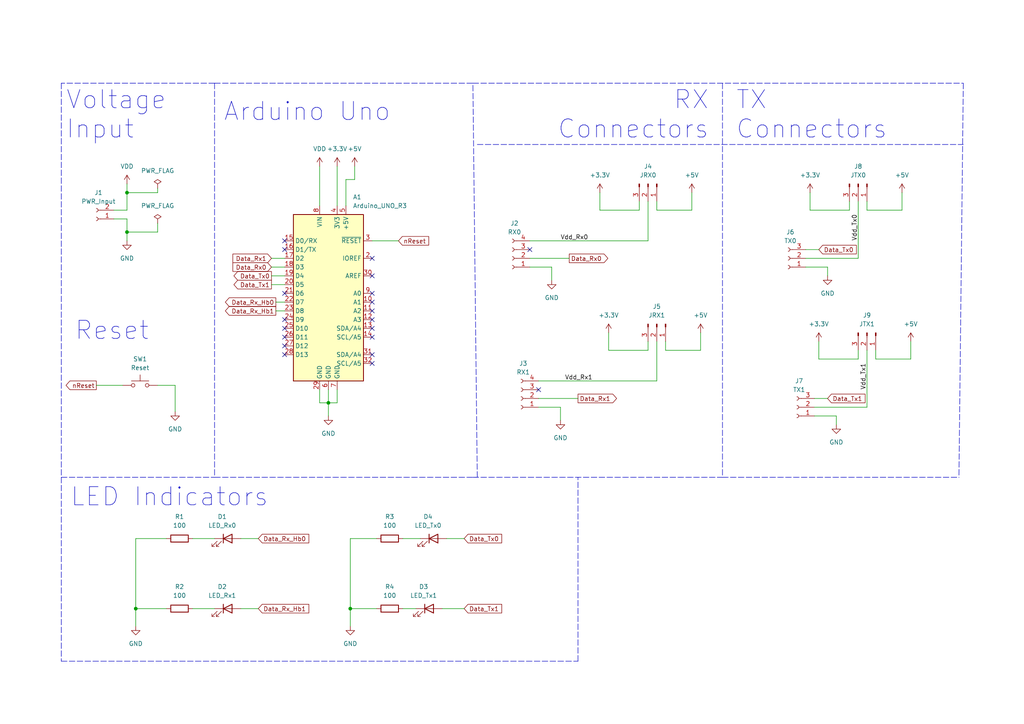
<source format=kicad_sch>
(kicad_sch (version 20211123) (generator eeschema)
  (paper "A4")
  (title_block (date "2022-08-21") (company "Keyfour Tech") (comment 2 "Alex Karpov"))
  (lib_symbols
    (symbol "Connector:Conn_01x02_Female" (pin_names (offset 1.016) hide)
      (property "Reference" "J" (at 0 2.54 0))
      (property "Value" "Conn_01x02_Female" (at 0 -5.08 0))
      (symbol "Conn_01x02_Female_1_1"
        (arc (start 0 -2.032) (mid -0.508 -2.54) (end 0 -3.048) (stroke (width 0.1524)))
        (polyline (pts (xy -1.27 -2.54) (xy -0.508 -2.54)) (stroke (width 0.1524)))
        (polyline (pts (xy -1.27 0) (xy -0.508 0)) (stroke (width 0.1524)))
        (arc (start 0 0.508) (mid -0.508 0) (end 0 -0.508) (stroke (width 0.1524)))
        (pin passive line (at -5.08 0 0) (length 3.81) (name "Pin_1") (number "1"))
        (pin passive line (at -5.08 -2.54 0) (length 3.81) (name "Pin_2") (number "2"))
      )
    )
    (symbol "Connector:Conn_01x03_Female" (pin_names (offset 1.016) hide)
      (property "Reference" "J" (at 0 5.08 0))
      (property "Value" "Conn_01x03_Female" (at 0 -5.08 0))
      (symbol "Conn_01x03_Female_1_1"
        (arc (start 0 -2.032) (mid -0.508 -2.54) (end 0 -3.048) (stroke (width 0.1524)))
        (polyline (pts (xy -1.27 -2.54) (xy -0.508 -2.54)) (stroke (width 0.1524)))
        (polyline (pts (xy -1.27 0) (xy -0.508 0)) (stroke (width 0.1524)))
        (polyline (pts (xy -1.27 2.54) (xy -0.508 2.54)) (stroke (width 0.1524)))
        (arc (start 0 0.508) (mid -0.508 0) (end 0 -0.508) (stroke (width 0.1524)))
        (arc (start 0 3.048) (mid -0.508 2.54) (end 0 2.032) (stroke (width 0.1524)))
        (pin passive line (at -5.08 2.54 0) (length 3.81) (name "Pin_1") (number "1"))
        (pin passive line (at -5.08 0 0) (length 3.81) (name "Pin_2") (number "2"))
        (pin passive line (at -5.08 -2.54 0) (length 3.81) (name "Pin_3") (number "3"))
      )
    )
    (symbol "Connector:Conn_01x03_Male" (pin_names (offset 1.016) hide)
      (property "Reference" "J" (at 0 5.08 0))
      (property "Value" "Conn_01x03_Male" (at 0 -5.08 0))
      (symbol "Conn_01x03_Male_1_1"
        (polyline (pts (xy 1.27 -2.54) (xy 0.8636 -2.54)) (stroke (width 0.1524)))
        (polyline (pts (xy 1.27 0) (xy 0.8636 0)) (stroke (width 0.1524)))
        (polyline (pts (xy 1.27 2.54) (xy 0.8636 2.54)) (stroke (width 0.1524)))
        (rectangle (start 0.8636 -2.413) (end 0 -2.667) (stroke (width 0.1524)) (fill (type outline)))
        (rectangle (start 0.8636 0.127) (end 0 -0.127) (stroke (width 0.1524)) (fill (type outline)))
        (rectangle (start 0.8636 2.667) (end 0 2.413) (stroke (width 0.1524)) (fill (type outline)))
        (pin passive line (at 5.08 2.54 180) (length 3.81) (name "Pin_1") (number "1"))
        (pin passive line (at 5.08 0 180) (length 3.81) (name "Pin_2") (number "2"))
        (pin passive line (at 5.08 -2.54 180) (length 3.81) (name "Pin_3") (number "3"))
      )
    )
    (symbol "Connector:Conn_01x04_Female" (pin_names (offset 1.016) hide)
      (property "Reference" "J" (at 0 5.08 0))
      (property "Value" "Conn_01x04_Female" (at 0 -7.62 0))
      (symbol "Conn_01x04_Female_1_1"
        (arc (start 0 -4.572) (mid -0.508 -5.08) (end 0 -5.588) (stroke (width 0.1524)))
        (arc (start 0 -2.032) (mid -0.508 -2.54) (end 0 -3.048) (stroke (width 0.1524)))
        (polyline (pts (xy -1.27 -5.08) (xy -0.508 -5.08)) (stroke (width 0.1524)))
        (polyline (pts (xy -1.27 -2.54) (xy -0.508 -2.54)) (stroke (width 0.1524)))
        (polyline (pts (xy -1.27 0) (xy -0.508 0)) (stroke (width 0.1524)))
        (polyline (pts (xy -1.27 2.54) (xy -0.508 2.54)) (stroke (width 0.1524)))
        (arc (start 0 0.508) (mid -0.508 0) (end 0 -0.508) (stroke (width 0.1524)))
        (arc (start 0 3.048) (mid -0.508 2.54) (end 0 2.032) (stroke (width 0.1524)))
        (pin passive line (at -5.08 2.54 0) (length 3.81) (name "Pin_1") (number "1"))
        (pin passive line (at -5.08 0 0) (length 3.81) (name "Pin_2") (number "2"))
        (pin passive line (at -5.08 -2.54 0) (length 3.81) (name "Pin_3") (number "3"))
        (pin passive line (at -5.08 -5.08 0) (length 3.81) (name "Pin_4") (number "4"))
      )
    )
    (symbol "Device:LED" (pin_numbers hide) (pin_names (offset 1.016) hide)
      (property "Reference" "D" (at 0 2.54 0))
      (property "Value" "LED" (at 0 -2.54 0))
      (symbol "LED_0_1"
        (polyline (pts (xy -1.27 -1.27) (xy -1.27 1.27)) (stroke (width 0.254)))
        (polyline (pts (xy -1.27 0) (xy 1.27 0)))
        (polyline (pts (xy 1.27 -1.27) (xy 1.27 1.27) (xy -1.27 0) (xy 1.27 -1.27)) (stroke (width 0.254)))
        (polyline (pts (xy -3.048 -0.762) (xy -4.572 -2.286) (xy -3.81 -2.286) (xy -4.572 -2.286) (xy -4.572 -1.524)))
        (polyline (pts (xy -1.778 -0.762) (xy -3.302 -2.286) (xy -2.54 -2.286) (xy -3.302 -2.286) (xy -3.302 -1.524)))
      )
      (symbol "LED_1_1"
        (pin passive line (at -3.81 0 0) (length 2.54) (name "K") (number "1"))
        (pin passive line (at 3.81 0 180) (length 2.54) (name "A") (number "2"))
      )
    )
    (symbol "Device:R" (pin_numbers hide) (pin_names (offset 0))
      (property "Reference" "R" (at 2.032 0 90))
      (property "Value" "R" (at 0 0 90))
      (symbol "R_0_1"
        (rectangle (start -1.016 -2.54) (end 1.016 2.54) (stroke (width 0.254)))
      )
      (symbol "R_1_1"
        (pin passive line (at 0 3.81 270) (length 1.27) (name "~") (number "1"))
        (pin passive line (at 0 -3.81 90) (length 1.27) (name "~") (number "2"))
      )
    )
    (symbol "MCU_Module:Arduino_UNO_R3"
      (property "Reference" "A" (at -10.16 23.495 0))
      (property "Value" "Arduino_UNO_R3" (at 5.08 -26.67 0))
      (symbol "Arduino_UNO_R3_0_1"
        (rectangle (start -10.16 22.86) (end 10.16 -25.4) (stroke (width 0.254)) (fill (type background)))
      )
      (symbol "Arduino_UNO_R3_1_1"
        (pin no_connect line (at -10.16 -20.32 0) (length 2.54) hide (name "NC") (number "1"))
        (pin bidirectional line (at 12.7 -2.54 180) (length 2.54) (name "A1") (number "10"))
        (pin bidirectional line (at 12.7 -5.08 180) (length 2.54) (name "A2") (number "11"))
        (pin bidirectional line (at 12.7 -7.62 180) (length 2.54) (name "A3") (number "12"))
        (pin bidirectional line (at 12.7 -10.16 180) (length 2.54) (name "SDA/A4") (number "13"))
        (pin bidirectional line (at 12.7 -12.7 180) (length 2.54) (name "SCL/A5") (number "14"))
        (pin bidirectional line (at -12.7 15.24 0) (length 2.54) (name "D0/RX") (number "15"))
        (pin bidirectional line (at -12.7 12.7 0) (length 2.54) (name "D1/TX") (number "16"))
        (pin bidirectional line (at -12.7 10.16 0) (length 2.54) (name "D2") (number "17"))
        (pin bidirectional line (at -12.7 7.62 0) (length 2.54) (name "D3") (number "18"))
        (pin bidirectional line (at -12.7 5.08 0) (length 2.54) (name "D4") (number "19"))
        (pin output line (at 12.7 10.16 180) (length 2.54) (name "IOREF") (number "2"))
        (pin bidirectional line (at -12.7 2.54 0) (length 2.54) (name "D5") (number "20"))
        (pin bidirectional line (at -12.7 0 0) (length 2.54) (name "D6") (number "21"))
        (pin bidirectional line (at -12.7 -2.54 0) (length 2.54) (name "D7") (number "22"))
        (pin bidirectional line (at -12.7 -5.08 0) (length 2.54) (name "D8") (number "23"))
        (pin bidirectional line (at -12.7 -7.62 0) (length 2.54) (name "D9") (number "24"))
        (pin bidirectional line (at -12.7 -10.16 0) (length 2.54) (name "D10") (number "25"))
        (pin bidirectional line (at -12.7 -12.7 0) (length 2.54) (name "D11") (number "26"))
        (pin bidirectional line (at -12.7 -15.24 0) (length 2.54) (name "D12") (number "27"))
        (pin bidirectional line (at -12.7 -17.78 0) (length 2.54) (name "D13") (number "28"))
        (pin power_in line (at -2.54 -27.94 90) (length 2.54) (name "GND") (number "29"))
        (pin input line (at 12.7 15.24 180) (length 2.54) (name "~{RESET}") (number "3"))
        (pin input line (at 12.7 5.08 180) (length 2.54) (name "AREF") (number "30"))
        (pin bidirectional line (at 12.7 -17.78 180) (length 2.54) (name "SDA/A4") (number "31"))
        (pin bidirectional line (at 12.7 -20.32 180) (length 2.54) (name "SCL/A5") (number "32"))
        (pin power_out line (at 2.54 25.4 270) (length 2.54) (name "3V3") (number "4"))
        (pin power_out line (at 5.08 25.4 270) (length 2.54) (name "+5V") (number "5"))
        (pin power_in line (at 0 -27.94 90) (length 2.54) (name "GND") (number "6"))
        (pin power_in line (at 2.54 -27.94 90) (length 2.54) (name "GND") (number "7"))
        (pin power_in line (at -2.54 25.4 270) (length 2.54) (name "VIN") (number "8"))
        (pin bidirectional line (at 12.7 0 180) (length 2.54) (name "A0") (number "9"))
      )
    )
    (symbol "Switch:SW_Push" (pin_numbers hide) (pin_names (offset 1.016) hide)
      (property "Reference" "SW" (at 1.27 2.54 0))
      (property "Value" "SW_Push" (at 0 -1.524 0))
      (symbol "SW_Push_0_1"
        (circle (center -2.032 0) (radius 0.508))
        (polyline (pts (xy 0 1.27) (xy 0 3.048)))
        (polyline (pts (xy 2.54 1.27) (xy -2.54 1.27)))
        (circle (center 2.032 0) (radius 0.508))
        (pin passive line (at -5.08 0 0) (length 2.54) (name "1") (number "1"))
        (pin passive line (at 5.08 0 180) (length 2.54) (name "2") (number "2"))
      )
    )
    (symbol "power:+3.3V" (power) (pin_names (offset 0))
      (property "Value" "+3.3V" (at 0 3.556 0))
      (symbol "+3.3V_0_1"
        (polyline (pts (xy -0.762 1.27) (xy 0 2.54)))
        (polyline (pts (xy 0 0) (xy 0 2.54)))
        (polyline (pts (xy 0 2.54) (xy 0.762 1.27)))
      )
      (symbol "+3.3V_1_1"
        (pin power_in line (at 0 0 90) (length 0) hide (name "+3.3V") (number "1"))
      )
    )
    (symbol "power:+5V" (power) (pin_names (offset 0))
      (property "Value" "+5V" (at 0 3.556 0))
      (symbol "+5V_0_1"
        (polyline (pts (xy -0.762 1.27) (xy 0 2.54)))
        (polyline (pts (xy 0 0) (xy 0 2.54)))
        (polyline (pts (xy 0 2.54) (xy 0.762 1.27)))
      )
      (symbol "+5V_1_1"
        (pin power_in line (at 0 0 90) (length 0) hide (name "+5V") (number "1"))
      )
    )
    (symbol "power:GND" (power) (pin_names (offset 0))
      (property "Value" "GND" (at 0 -3.81 0))
      (symbol "GND_0_1"
        (polyline (pts (xy 0 0) (xy 0 -1.27) (xy 1.27 -1.27) (xy 0 -2.54) (xy -1.27 -1.27) (xy 0 -1.27)))
      )
      (symbol "GND_1_1"
        (pin power_in line (at 0 0 270) (length 0) hide (name "GND") (number "1"))
      )
    )
    (symbol "power:PWR_FLAG" (power) (pin_numbers hide) (pin_names (offset 0) hide)
      (property "Value" "PWR_FLAG" (at 0 3.81 0))
      (symbol "PWR_FLAG_0_0"
        (pin power_out line (at 0 0 90) (length 0) (name "pwr") (number "1"))
      )
      (symbol "PWR_FLAG_0_1"
        (polyline (pts (xy 0 0) (xy 0 1.27) (xy -1.016 1.905) (xy 0 2.54) (xy 1.016 1.905) (xy 0 1.27)))
      )
    )
    (symbol "power:VDD" (power) (pin_names (offset 0))
      (property "Value" "VDD" (at 0 3.81 0))
      (symbol "VDD_0_1"
        (polyline (pts (xy -0.762 1.27) (xy 0 2.54)))
        (polyline (pts (xy 0 0) (xy 0 2.54)))
        (polyline (pts (xy 0 2.54) (xy 0.762 1.27)))
      )
      (symbol "VDD_1_1"
        (pin power_in line (at 0 0 90) (length 0) hide (name "VDD") (number "1"))
      )
    )
  )
  (junction (at 36.83 67.31))
  (junction (at 36.83 55.88))
  (junction (at 101.6 176.53))
  (junction (at 39.37 176.53))
  (junction (at 95.25 116.84))
  (no_connect (at 156.21 113.03))
  (no_connect (at 107.95 102.87))
  (no_connect (at 107.95 105.41))
  (no_connect (at 107.95 80.01))
  (no_connect (at 107.95 74.93))
  (no_connect (at 153.67 72.39))
  (no_connect (at 107.95 95.25))
  (no_connect (at 107.95 92.71))
  (no_connect (at 107.95 97.79))
  (no_connect (at 107.95 87.63))
  (no_connect (at 107.95 90.17))
  (no_connect (at 107.95 85.09))
  (no_connect (at 82.55 72.39))
  (no_connect (at 82.55 95.25))
  (no_connect (at 82.55 97.79))
  (no_connect (at 82.55 92.71))
  (no_connect (at 82.55 69.85))
  (no_connect (at 82.55 85.09))
  (no_connect (at 82.55 102.87))
  (no_connect (at 82.55 100.33))
  (wire (pts (xy 95.25 116.84) (xy 92.71 116.84)))
  (wire (pts (xy 55.88 156.21) (xy 62.23 156.21)))
  (polyline (pts (xy 17.78 138.43) (xy 17.78 191.77)))
  (wire (pts (xy 95.25 116.84) (xy 97.79 116.84)))
  (wire (pts (xy 236.22 115.57) (xy 240.03 115.57)))
  (wire (pts (xy 233.68 74.93) (xy 248.92 74.93)))
  (wire (pts (xy 153.67 74.93) (xy 165.1 74.93)))
  (wire (pts (xy 55.88 176.53) (xy 62.23 176.53)))
  (wire (pts (xy 36.83 55.88) (xy 45.72 55.88)))
  (wire (pts (xy 36.83 63.5) (xy 36.83 67.31)))
  (wire (pts (xy 156.21 115.57) (xy 167.64 115.57)))
  (wire (pts (xy 234.95 60.96) (xy 246.38 60.96)))
  (wire (pts (xy 80.01 87.63) (xy 82.55 87.63)))
  (wire (pts (xy 251.46 101.6) (xy 251.46 118.11)))
  (wire (pts (xy 92.71 48.26) (xy 92.71 59.69)))
  (wire (pts (xy 78.74 82.55) (xy 82.55 82.55)))
  (wire (pts (xy 78.74 74.93) (xy 82.55 74.93)))
  (wire (pts (xy 97.79 116.84) (xy 97.79 113.03)))
  (wire (pts (xy 102.87 52.07) (xy 102.87 48.26)))
  (wire (pts (xy 173.99 60.96) (xy 185.42 60.96)))
  (wire (pts (xy 248.92 58.42) (xy 248.92 74.93)))
  (wire (pts (xy 95.25 113.03) (xy 95.25 116.84)))
  (wire (pts (xy 236.22 120.65) (xy 242.57 120.65)))
  (polyline (pts (xy 167.64 191.77) (xy 167.64 138.43)))
  (wire (pts (xy 27.94 111.76) (xy 35.56 111.76)))
  (wire (pts (xy 101.6 176.53) (xy 101.6 181.61)))
  (wire (pts (xy 193.04 99.06) (xy 193.04 101.6)))
  (polyline (pts (xy 137.16 24.13) (xy 279.4 24.13)))
  (wire (pts (xy 33.02 63.5) (xy 36.83 63.5)))
  (wire (pts (xy 39.37 176.53) (xy 39.37 181.61)))
  (wire (pts (xy 233.68 72.39) (xy 237.49 72.39)))
  (wire (pts (xy 176.53 96.52) (xy 176.53 101.6)))
  (wire (pts (xy 80.01 90.17) (xy 82.55 90.17)))
  (wire (pts (xy 162.56 121.92) (xy 162.56 118.11)))
  (polyline (pts (xy 62.23 24.13) (xy 17.78 24.13)))
  (wire (pts (xy 78.74 80.01) (xy 82.55 80.01)))
  (wire (pts (xy 160.02 77.47) (xy 153.67 77.47)))
  (wire (pts (xy 33.02 60.96) (xy 36.83 60.96)))
  (polyline (pts (xy 137.16 138.43) (xy 209.55 138.43)))
  (wire (pts (xy 254 104.14) (xy 264.16 104.14)))
  (wire (pts (xy 234.95 55.88) (xy 234.95 60.96)))
  (wire (pts (xy 45.72 55.88) (xy 45.72 54.61)))
  (wire (pts (xy 69.85 156.21) (xy 74.93 156.21)))
  (polyline (pts (xy 138.43 138.43) (xy 137.16 24.13)))
  (wire (pts (xy 185.42 60.96) (xy 185.42 58.42)))
  (wire (pts (xy 254 101.6) (xy 254 104.14)))
  (wire (pts (xy 45.72 111.76) (xy 50.8 111.76)))
  (polyline (pts (xy 209.55 138.43) (xy 278.13 138.43)))
  (wire (pts (xy 45.72 67.31) (xy 36.83 67.31)))
  (wire (pts (xy 187.96 69.85) (xy 187.96 58.42)))
  (wire (pts (xy 109.22 176.53) (xy 101.6 176.53)))
  (wire (pts (xy 233.68 77.47) (xy 240.03 77.47)))
  (polyline (pts (xy 17.78 138.43) (xy 62.23 138.43)))
  (wire (pts (xy 237.49 99.06) (xy 237.49 104.14)))
  (polyline (pts (xy 138.43 41.91) (xy 279.4 41.91)))
  (wire (pts (xy 45.72 64.77) (xy 45.72 67.31)))
  (wire (pts (xy 251.46 58.42) (xy 251.46 60.96)))
  (wire (pts (xy 69.85 176.53) (xy 74.93 176.53)))
  (wire (pts (xy 100.33 59.69) (xy 100.33 52.07)))
  (wire (pts (xy 95.25 116.84) (xy 95.25 120.65)))
  (wire (pts (xy 173.99 55.88) (xy 173.99 60.96)))
  (wire (pts (xy 36.83 55.88) (xy 36.83 53.34)))
  (wire (pts (xy 200.66 55.88) (xy 200.66 60.96)))
  (polyline (pts (xy 279.4 24.13) (xy 278.13 138.43)))
  (wire (pts (xy 129.54 156.21) (xy 134.62 156.21)))
  (wire (pts (xy 39.37 176.53) (xy 48.26 176.53)))
  (wire (pts (xy 78.74 77.47) (xy 82.55 77.47)))
  (polyline (pts (xy 62.23 24.13) (xy 137.16 24.13)))
  (wire (pts (xy 190.5 58.42) (xy 190.5 60.96)))
  (polyline (pts (xy 209.55 24.13) (xy 209.55 138.43)))
  (wire (pts (xy 242.57 120.65) (xy 242.57 123.19)))
  (wire (pts (xy 248.92 104.14) (xy 248.92 101.6)))
  (wire (pts (xy 156.21 110.49) (xy 190.5 110.49)))
  (wire (pts (xy 128.27 176.53) (xy 134.62 176.53)))
  (wire (pts (xy 261.62 55.88) (xy 261.62 60.96)))
  (wire (pts (xy 203.2 96.52) (xy 203.2 101.6)))
  (wire (pts (xy 237.49 104.14) (xy 248.92 104.14)))
  (wire (pts (xy 240.03 77.47) (xy 240.03 80.01)))
  (wire (pts (xy 101.6 176.53) (xy 101.6 156.21)))
  (wire (pts (xy 251.46 60.96) (xy 261.62 60.96)))
  (wire (pts (xy 153.67 69.85) (xy 187.96 69.85)))
  (wire (pts (xy 100.33 52.07) (xy 102.87 52.07)))
  (polyline (pts (xy 62.23 138.43) (xy 138.43 138.43)))
  (wire (pts (xy 97.79 48.26) (xy 97.79 59.69)))
  (wire (pts (xy 190.5 60.96) (xy 200.66 60.96)))
  (polyline (pts (xy 17.78 191.77) (xy 167.64 191.77)))
  (wire (pts (xy 39.37 156.21) (xy 39.37 176.53)))
  (wire (pts (xy 36.83 60.96) (xy 36.83 55.88)))
  (wire (pts (xy 162.56 118.11) (xy 156.21 118.11)))
  (wire (pts (xy 50.8 111.76) (xy 50.8 119.38)))
  (wire (pts (xy 264.16 99.06) (xy 264.16 104.14)))
  (wire (pts (xy 36.83 67.31) (xy 36.83 69.85)))
  (wire (pts (xy 160.02 81.28) (xy 160.02 77.47)))
  (wire (pts (xy 116.84 176.53) (xy 120.65 176.53)))
  (wire (pts (xy 48.26 156.21) (xy 39.37 156.21)))
  (wire (pts (xy 176.53 101.6) (xy 187.96 101.6)))
  (wire (pts (xy 193.04 101.6) (xy 203.2 101.6)))
  (wire (pts (xy 190.5 110.49) (xy 190.5 99.06)))
  (wire (pts (xy 187.96 101.6) (xy 187.96 99.06)))
  (wire (pts (xy 92.71 116.84) (xy 92.71 113.03)))
  (wire (pts (xy 116.84 156.21) (xy 121.92 156.21)))
  (wire (pts (xy 101.6 156.21) (xy 109.22 156.21)))
  (polyline (pts (xy 17.78 24.13) (xy 17.78 138.43)))
  (wire (pts (xy 236.22 118.11) (xy 251.46 118.11)))
  (wire (pts (xy 107.95 69.85) (xy 115.57 69.85)))
  (wire (pts (xy 246.38 60.96) (xy 246.38 58.42)))
  (polyline (pts (xy 62.23 24.13) (xy 62.23 138.43)))
  (text "RX\nConnectors\n" (at 205.74 40.64 180) (effects (font (size 5.27 5.27)) (justify right bottom)))
  (text "TX\nConnectors\n" (at 213.36 40.64 0) (effects (font (size 5.27 5.27)) (justify left bottom)))
  (text "Arduino Uno\n" (at 64.77 35.56 0) (effects (font (size 5.27 5.27)) (justify left bottom)))
  (text "Reset" (at 21.59 99.06 0) (effects (font (size 5.27 5.27)) (justify left bottom)))
  (text "LED Indicators\n" (at 20.32 147.32 0) (effects (font (size 5.27 5.27)) (justify left bottom)))
  (text "Voltage\nInput" (at 19.05 40.64 0) (effects (font (size 5.27 5.27)) (justify left bottom)))
  (label "Vdd_Rx1" (at 163.83 110.49 0))
  (label "Vdd_Rx0" (at 162.56 69.85 0))
  (label "Vdd_Tx1" (at 251.46 113.03 90))
  (label "Vdd_Tx0" (at 248.92 69.85 90))
  (global_label "Data_Rx0" (shape input) (at 78.74 77.47 180) (property "Обозначения листов" "${INTERSHEET_REFS}" (effects hide)))
  (global_label "Data_Tx1" (shape input) (at 134.62 176.53 0) (property "Обозначения листов" "${INTERSHEET_REFS}" (effects hide)))
  (global_label "Data_Tx0" (shape input) (at 134.62 156.21 0) (property "Обозначения листов" "${INTERSHEET_REFS}" (effects hide)))
  (global_label "Data_Rx1" (shape input) (at 78.74 74.93 180) (property "Обозначения листов" "${INTERSHEET_REFS}" (effects hide)))
  (global_label "nReset" (shape output) (at 27.94 111.76 180) (property "Обозначения листов" "${INTERSHEET_REFS}" (effects hide)))
  (global_label "Data_Tx0" (shape input) (at 237.49 72.39 0) (property "Обозначения листов" "${INTERSHEET_REFS}" (effects hide)))
  (global_label "Data_Tx1" (shape input) (at 240.03 115.57 0) (property "Обозначения листов" "${INTERSHEET_REFS}" (effects hide)))
  (global_label "Data_Rx1" (shape output) (at 167.64 115.57 0) (property "Обозначения листов" "${INTERSHEET_REFS}" (effects hide)))
  (global_label "Data_Rx_Hb0" (shape input) (at 74.93 156.21 0) (property "Обозначения листов" "${INTERSHEET_REFS}" (effects hide)))
  (global_label "Data_Rx0" (shape output) (at 165.1 74.93 0) (property "Обозначения листов" "${INTERSHEET_REFS}" (effects hide)))
  (global_label "Data_Rx_Hb0" (shape output) (at 80.01 87.63 180) (property "Обозначения листов" "${INTERSHEET_REFS}" (effects hide)))
  (global_label "Data_Tx0" (shape output) (at 78.74 80.01 180) (property "Обозначения листов" "${INTERSHEET_REFS}" (effects hide)))
  (global_label "Data_Rx_Hb1" (shape output) (at 80.01 90.17 180) (property "Обозначения листов" "${INTERSHEET_REFS}" (effects hide)))
  (global_label "Data_Rx_Hb1" (shape input) (at 74.93 176.53 0) (property "Обозначения листов" "${INTERSHEET_REFS}" (effects hide)))
  (global_label "Data_Tx1" (shape output) (at 78.74 82.55 180) (property "Обозначения листов" "${INTERSHEET_REFS}" (effects hide)))
  (global_label "nReset" (shape input) (at 115.57 69.85 0) (property "Обозначения листов" "${INTERSHEET_REFS}" (effects hide)))
  (symbol (lib_id "power:GND") (at 50.8 119.38 0) (unit 1)
    (property "Reference" "#PWR04" (effects hide))
    (property "Value" "GND" (at 50.8 124.46 0))
  )
  (symbol (lib_id "Device:R") (at 52.07 156.21 90) (unit 1)
    (property "Reference" "R1" (at 52.07 149.86 90))
    (property "Value" "100" (at 52.07 152.4 90))
    (property "Footprint" "Resistor_THT:R_Axial_DIN0207_L6.3mm_D2.5mm_P10.16mm_Horizontal" (effects hide))
    (property "Footprint" "Resistor_THT:R_Axial_DIN0207_L6.3mm_D2.5mm_P10.16mm_Horizontal" (effects hide))
    (property "Reference" "R1" (effects hide))
    (property "Value" "100" (effects hide))
  )
  (symbol (lib_id "power:GND") (at 101.6 181.61 0) (unit 1)
    (property "Reference" "#PWR08" (effects hide))
    (property "Value" "GND" (at 101.6 186.69 0))
  )
  (symbol (lib_id "power:GND") (at 36.83 69.85 0) (unit 1)
    (property "Reference" "#PWR03" (effects hide))
    (property "Value" "GND" (at 36.83 74.93 0))
  )
  (symbol (lib_id "power:GND") (at 160.02 81.28 0) (unit 1)
    (property "Reference" "#PWR010" (effects hide))
    (property "Value" "GND" (at 160.02 86.36 0))
  )
  (symbol (lib_id "power:GND") (at 95.25 120.65 0) (unit 1)
    (property "Reference" "#PWR06" (effects hide))
    (property "Value" "GND" (at 95.25 125.73 0))
  )
  (symbol (lib_id "power:+5V") (at 261.62 55.88 0) (unit 1)
    (property "Reference" "#PWR020" (effects hide))
    (property "Value" "+5V" (at 261.62 50.8 0))
  )
  (symbol (lib_id "power:+5V") (at 102.87 48.26 0) (unit 1)
    (property "Reference" "#PWR09" (effects hide))
    (property "Value" "+5V" (at 102.87 43.18 0))
  )
  (symbol (lib_id "power:+3.3V") (at 234.95 55.88 0) (unit 1)
    (property "Reference" "#PWR016" (effects hide))
    (property "Value" "+3.3V" (at 234.95 50.8 0))
  )
  (symbol (lib_id "power:GND") (at 162.56 121.92 0) (unit 1)
    (property "Reference" "#PWR011" (effects hide))
    (property "Value" "GND" (at 162.56 127 0))
  )
  (symbol (lib_id "power:+5V") (at 264.16 99.06 0) (unit 1)
    (property "Reference" "#PWR021" (effects hide))
    (property "Value" "+5V" (at 264.16 93.98 0))
  )
  (symbol (lib_id "Device:LED") (at 66.04 176.53 0) (unit 1)
    (property "Reference" "D2" (at 64.4525 170.18 0))
    (property "Value" "LED_Rx1" (at 64.4525 172.72 0))
    (property "Footprint" "LED_THT:LED_D5.0mm" (effects hide))
  )
  (symbol (lib_id "Device:LED") (at 125.73 156.21 0) (unit 1)
    (property "Reference" "D4" (at 124.1425 149.86 0))
    (property "Value" "LED_Tx0" (at 124.1425 152.4 0))
    (property "Footprint" "LED_THT:LED_D5.0mm" (effects hide))
  )
  (symbol (lib_id "power:+3.3V") (at 173.99 55.88 0) (unit 1)
    (property "Reference" "#PWR012" (effects hide))
    (property "Value" "+3.3V" (at 173.99 50.8 0))
  )
  (symbol (lib_id "Connector:Conn_01x03_Male") (at 187.96 53.34 270) (unit 1)
    (property "Reference" "J4" (at 187.96 48.26 90))
    (property "Value" "JRX0" (at 187.96 50.8 90))
    (property "Footprint" "Connector_PinHeader_2.54mm:PinHeader_1x03_P2.54mm_Vertical" (effects hide))
  )
  (symbol (lib_id "power:PWR_FLAG") (at 45.72 54.61 0) (unit 1)
    (property "Reference" "#FLG0101" (effects hide))
    (property "Value" "PWR_FLAG" (at 45.72 49.53 0))
  )
  (symbol (lib_id "Connector:Conn_01x03_Male") (at 248.92 53.34 270) (unit 1)
    (property "Reference" "J8" (at 248.92 48.26 90))
    (property "Value" "JTX0" (at 248.92 50.8 90))
    (property "Footprint" "Connector_PinHeader_2.54mm:PinHeader_1x03_P2.54mm_Vertical" (effects hide))
    (property "Footprint" "Connector_PinHeader_2.54mm:PinHeader_1x03_P2.54mm_Vertical" (effects hide))
    (property "Reference" "J8" (effects hide))
    (property "Value" "JTX0" (effects hide))
  )
  (symbol (lib_id "Device:LED") (at 66.04 156.21 0) (unit 1)
    (property "Reference" "D1" (at 64.4525 149.86 0))
    (property "Value" "LED_Rx0" (at 64.4525 152.4 0))
    (property "Footprint" "LED_THT:LED_D5.0mm" (effects hide))
    (property "Footprint" "LED_THT:LED_D5.0mm" (effects hide))
    (property "Reference" "D1" (effects hide))
    (property "Value" "LED_Rx0" (effects hide))
  )
  (symbol (lib_id "Device:LED") (at 124.46 176.53 0) (unit 1)
    (property "Reference" "D3" (at 122.8725 170.18 0))
    (property "Value" "LED_Tx1" (at 122.8725 172.72 0))
    (property "Footprint" "LED_THT:LED_D5.0mm" (effects hide))
  )
  (symbol (lib_id "Connector:Conn_01x03_Male") (at 251.46 96.52 270) (unit 1)
    (property "Reference" "J9" (at 251.46 91.44 90))
    (property "Value" "JTX1" (at 251.46 93.98 90))
    (property "Footprint" "Connector_PinHeader_2.54mm:PinHeader_1x03_P2.54mm_Vertical" (effects hide))
  )
  (symbol (lib_id "power:GND") (at 242.57 123.19 0) (unit 1)
    (property "Reference" "#PWR019" (effects hide))
    (property "Value" "GND" (at 242.57 128.27 0))
  )
  (symbol (lib_id "MCU_Module:Arduino_UNO_R3") (at 95.25 85.09 0) (unit 1)
    (property "Reference" "A1" (at 102.3494 57.15 0) (effects (justify left)))
    (property "Value" "Arduino_UNO_R3" (at 102.3494 59.69 0) (effects (justify left)))
    (property "Footprint" "Module:Arduino_UNO_R3" (effects hide))
    (property "Datasheet" "https://www.arduino.cc/en/Main/arduinoBoardUno" (effects hide))
  )
  (symbol (lib_id "Device:R") (at 52.07 176.53 90) (unit 1)
    (property "Reference" "R2" (at 52.07 170.18 90))
    (property "Value" "100" (at 52.07 172.72 90))
    (property "Footprint" "Resistor_THT:R_Axial_DIN0207_L6.3mm_D2.5mm_P10.16mm_Horizontal" (effects hide))
  )
  (symbol (lib_id "Connector:Conn_01x03_Female") (at 231.14 118.11 180) (unit 1)
    (property "Reference" "J7" (at 231.775 110.49 0))
    (property "Value" "TX1" (at 231.775 113.03 0))
    (property "Footprint" "Connector_PinSocket_2.54mm:PinSocket_1x03_P2.54mm_Horizontal" (effects hide))
  )
  (symbol (lib_id "Connector:Conn_01x04_Female") (at 148.59 74.93 180) (unit 1)
    (property "Reference" "J2" (at 149.225 64.77 0))
    (property "Value" "RX0" (at 149.225 67.31 0))
    (property "Footprint" "Connector_PinSocket_2.54mm:PinSocket_1x04_P2.54mm_Vertical" (effects hide))
    (property "Footprint" "Connector_PinSocket_2.54mm:PinSocket_1x04_P2.54mm_Vertical" (effects hide))
    (property "Reference" "J2" (effects hide))
    (property "Value" "RX0" (effects hide))
  )
  (symbol (lib_id "Connector:Conn_01x04_Female") (at 151.13 115.57 180) (unit 1)
    (property "Reference" "J3" (at 151.765 105.41 0))
    (property "Value" "RX1" (at 151.765 107.95 0))
    (property "Footprint" "Connector_PinSocket_2.54mm:PinSocket_1x04_P2.54mm_Horizontal" (effects hide))
  )
  (symbol (lib_id "power:GND") (at 240.03 80.01 0) (unit 1)
    (property "Reference" "#PWR018" (effects hide))
    (property "Value" "GND" (at 240.03 85.09 0))
  )
  (symbol (lib_id "Switch:SW_Push") (at 40.64 111.76 0) (unit 1)
    (property "Reference" "SW1" (at 40.64 104.14 0))
    (property "Value" "Reset" (at 40.64 106.68 0))
    (property "Footprint" "Button_Switch_THT:SW_PUSH_6mm_H4.3mm" (effects hide))
    (property "Footprint" "Button_Switch_THT:SW_PUSH_6mm_H4.3mm" (effects hide))
    (property "Reference" "SW1" (effects hide))
    (property "Value" "Reset" (effects hide))
  )
  (symbol (lib_id "power:+3.3V") (at 97.79 48.26 0) (unit 1)
    (property "Reference" "#PWR07" (effects hide))
    (property "Value" "+3.3V" (at 97.79 43.18 0))
  )
  (symbol (lib_id "power:VDD") (at 36.83 53.34 0) (unit 1)
    (property "Reference" "#PWR02" (effects hide))
    (property "Value" "VDD" (at 36.83 48.26 0))
  )
  (symbol (lib_id "power:+3.3V") (at 237.49 99.06 0) (unit 1)
    (property "Reference" "#PWR017" (effects hide))
    (property "Value" "+3.3V" (at 237.49 93.98 0))
  )
  (symbol (lib_id "Device:R") (at 113.03 156.21 90) (unit 1)
    (property "Reference" "R3" (at 113.03 149.86 90))
    (property "Value" "100" (at 113.03 152.4 90))
    (property "Footprint" "Resistor_THT:R_Axial_DIN0207_L6.3mm_D2.5mm_P10.16mm_Horizontal" (effects hide))
  )
  (symbol (lib_id "power:+3.3V") (at 176.53 96.52 0) (unit 1)
    (property "Reference" "#PWR013" (effects hide))
    (property "Value" "+3.3V" (at 176.53 91.44 0))
  )
  (symbol (lib_id "Connector:Conn_01x03_Male") (at 190.5 93.98 270) (unit 1)
    (property "Reference" "J5" (at 190.5 88.9 90))
    (property "Value" "JRX1" (at 190.5 91.44 90))
    (property "Footprint" "Connector_PinHeader_2.54mm:PinHeader_1x03_P2.54mm_Vertical" (effects hide))
  )
  (symbol (lib_id "power:+5V") (at 203.2 96.52 0) (unit 1)
    (property "Reference" "#PWR015" (effects hide))
    (property "Value" "+5V" (at 203.2 91.44 0))
  )
  (symbol (lib_id "power:GND") (at 39.37 181.61 0) (unit 1)
    (property "Reference" "#PWR01" (effects hide))
    (property "Value" "GND" (at 39.37 186.69 0))
  )
  (symbol (lib_id "power:VDD") (at 92.71 48.26 0) (unit 1)
    (property "Reference" "#PWR05" (effects hide))
    (property "Value" "VDD" (at 92.71 43.18 0))
  )
  (symbol (lib_id "power:PWR_FLAG") (at 45.72 64.77 0) (unit 1)
    (property "Reference" "#FLG0102" (effects hide))
    (property "Value" "PWR_FLAG" (at 45.72 59.69 0))
  )
  (symbol (lib_id "Connector:Conn_01x03_Female") (at 228.6 74.93 180) (unit 1)
    (property "Reference" "J6" (at 229.235 67.31 0))
    (property "Value" "TX0" (at 229.235 69.85 0))
    (property "Footprint" "Connector_PinSocket_2.54mm:PinSocket_1x03_P2.54mm_Vertical" (effects hide))
    (property "Footprint" "Connector_PinSocket_2.54mm:PinSocket_1x03_P2.54mm_Vertical" (effects hide))
    (property "Reference" "J6" (effects hide))
    (property "Value" "TX0" (effects hide))
  )
  (symbol (lib_id "power:+5V") (at 200.66 55.88 0) (unit 1)
    (property "Reference" "#PWR014" (effects hide))
    (property "Value" "+5V" (at 200.66 50.8 0))
  )
  (symbol (lib_id "Device:R") (at 113.03 176.53 90) (unit 1)
    (property "Reference" "R4" (at 113.03 170.18 90))
    (property "Value" "100" (at 113.03 172.72 90))
    (property "Footprint" "Resistor_THT:R_Axial_DIN0207_L6.3mm_D2.5mm_P10.16mm_Horizontal" (effects hide))
  )
  (symbol (lib_id "Connector:Conn_01x02_Female") (at 27.94 63.5 180) (unit 1)
    (property "Reference" "J1" (at 28.575 55.88 0))
    (property "Value" "PWR_Input" (at 28.575 58.42 0))
    (property "Footprint" "TerminalBlock:TerminalBlock_Altech_AK300-2_P5.00mm" (effects hide))
    (property "Footprint" "TerminalBlock:TerminalBlock_Altech_AK300-2_P5.00mm" (effects hide))
    (property "Reference" "J1" (effects hide))
    (property "Value" "PWR_Input" (effects hide))
  )
)
</source>
